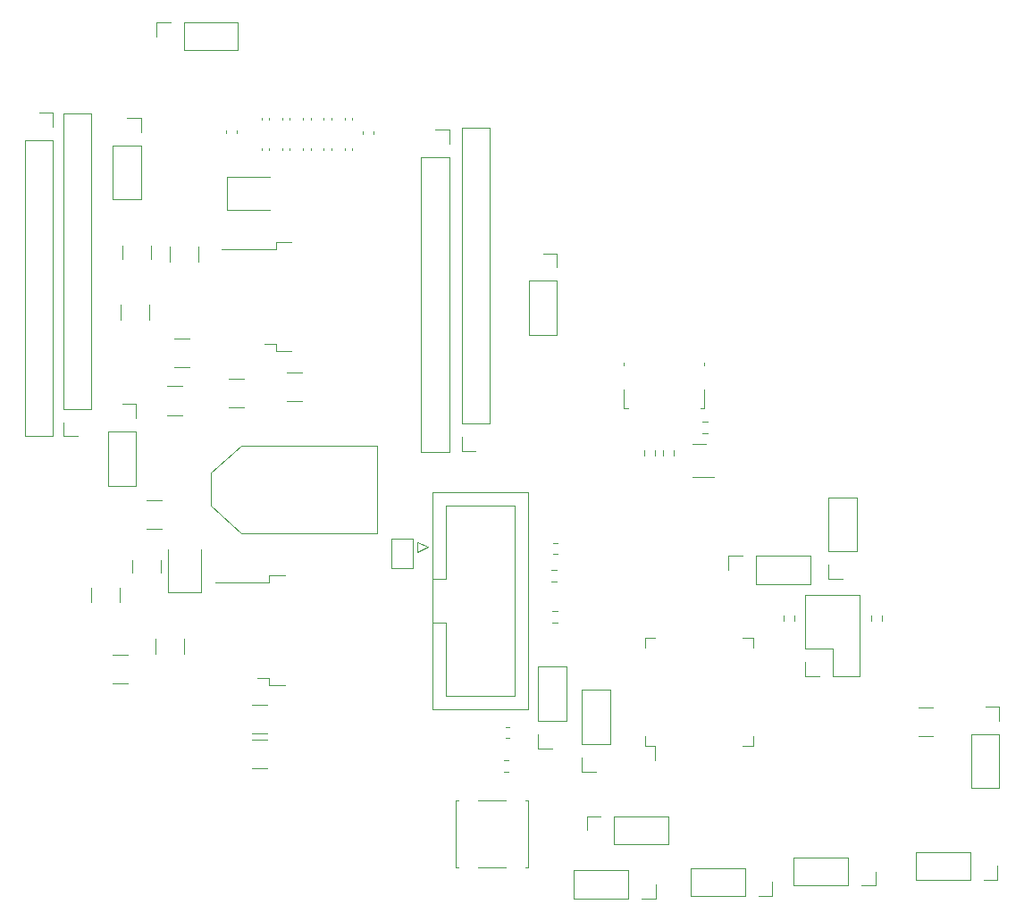
<source format=gbr>
%TF.GenerationSoftware,KiCad,Pcbnew,7.0.10*%
%TF.CreationDate,2024-03-18T15:21:50-05:00*%
%TF.ProjectId,PCB_R1,5043425f-5231-42e6-9b69-6361645f7063,rev?*%
%TF.SameCoordinates,Original*%
%TF.FileFunction,Legend,Top*%
%TF.FilePolarity,Positive*%
%FSLAX46Y46*%
G04 Gerber Fmt 4.6, Leading zero omitted, Abs format (unit mm)*
G04 Created by KiCad (PCBNEW 7.0.10) date 2024-03-18 15:21:50*
%MOMM*%
%LPD*%
G01*
G04 APERTURE LIST*
%ADD10C,0.120000*%
G04 APERTURE END LIST*
D10*
%TO.C,R8*%
X67092000Y-91289323D02*
X67092000Y-89841849D01*
X69802000Y-91289323D02*
X69802000Y-89841849D01*
%TO.C,J9*%
X69762000Y-34075586D02*
X74902000Y-34075586D01*
X69762000Y-34075586D02*
X69762000Y-31415586D01*
X74902000Y-34075586D02*
X74902000Y-31415586D01*
X67162000Y-32745586D02*
X67162000Y-31415586D01*
X67162000Y-31415586D02*
X68492000Y-31415586D01*
X69762000Y-31415586D02*
X74902000Y-31415586D01*
%TO.C,R10*%
X126615000Y-88116758D02*
X126615000Y-87642242D01*
X127660000Y-88116758D02*
X127660000Y-87642242D01*
%TO.C,J1*%
X98742000Y-69455586D02*
X98742000Y-41455586D01*
X98742000Y-69455586D02*
X96082000Y-69455586D01*
X98742000Y-41455586D02*
X96082000Y-41455586D01*
X97412000Y-72055586D02*
X96082000Y-72055586D01*
X96082000Y-72055586D02*
X96082000Y-70725586D01*
X96082000Y-69455586D02*
X96082000Y-41455586D01*
%TO.C,R1*%
X80990737Y-67340586D02*
X79543263Y-67340586D01*
X80990737Y-64630586D02*
X79543263Y-64630586D01*
%TO.C,J6*%
X63035000Y-43095000D02*
X63035000Y-48235000D01*
X63035000Y-43095000D02*
X65695000Y-43095000D01*
X63035000Y-48235000D02*
X65695000Y-48235000D01*
X64365000Y-40495000D02*
X65695000Y-40495000D01*
X65695000Y-40495000D02*
X65695000Y-41825000D01*
X65695000Y-43095000D02*
X65695000Y-48235000D01*
%TO.C,L1*%
X66652000Y-52623522D02*
X66652000Y-53827650D01*
X63932000Y-52623522D02*
X63932000Y-53827650D01*
%TO.C,J17*%
X110147500Y-99824500D02*
X110147500Y-94684500D01*
X110147500Y-99824500D02*
X107487500Y-99824500D01*
X110147500Y-94684500D02*
X107487500Y-94684500D01*
X108817500Y-102424500D02*
X107487500Y-102424500D01*
X107487500Y-102424500D02*
X107487500Y-101094500D01*
X107487500Y-99824500D02*
X107487500Y-94684500D01*
%TO.C,R7*%
X62993263Y-91350586D02*
X64440737Y-91350586D01*
X62993263Y-94060586D02*
X64440737Y-94060586D01*
%TO.C,J11*%
X61022000Y-68055586D02*
X61022000Y-40055586D01*
X61022000Y-68055586D02*
X58362000Y-68055586D01*
X61022000Y-40055586D02*
X58362000Y-40055586D01*
X59692000Y-70655586D02*
X58362000Y-70655586D01*
X58362000Y-70655586D02*
X58362000Y-69325586D01*
X58362000Y-68055586D02*
X58362000Y-40055586D01*
%TO.C,C11*%
X79097000Y-40673422D02*
X79097000Y-40457750D01*
X79817000Y-40673422D02*
X79817000Y-40457750D01*
%TO.C,D2*%
X68235000Y-85422500D02*
X71405000Y-85422500D01*
X71405000Y-85422500D02*
X71405000Y-81362500D01*
X68235000Y-81362500D02*
X68235000Y-85422500D01*
%TO.C,C8*%
X71152000Y-52711834D02*
X71152000Y-54134338D01*
X68432000Y-52711834D02*
X68432000Y-54134338D01*
%TO.C,R11*%
X134905000Y-88116758D02*
X134905000Y-87642242D01*
X135950000Y-88116758D02*
X135950000Y-87642242D01*
%TO.C,U2*%
X78482000Y-52220586D02*
X78482000Y-52910586D01*
X78482000Y-52910586D02*
X73357000Y-52910586D01*
X78482000Y-61930586D02*
X77382000Y-61930586D01*
X78482000Y-62620586D02*
X78482000Y-61930586D01*
X79982000Y-52220586D02*
X78482000Y-52220586D01*
X79982000Y-62620586D02*
X78482000Y-62620586D01*
%TO.C,U1*%
X113472500Y-99994500D02*
X114422500Y-99994500D01*
X114422500Y-99994500D02*
X114422500Y-101334500D01*
X123692500Y-99994500D02*
X122742500Y-99994500D01*
X113472500Y-99044500D02*
X113472500Y-99994500D01*
X123692500Y-99044500D02*
X123692500Y-99994500D01*
X113472500Y-90724500D02*
X113472500Y-89774500D01*
X123692500Y-90724500D02*
X123692500Y-89774500D01*
X113472500Y-89774500D02*
X114422500Y-89774500D01*
X123692500Y-89774500D02*
X122742500Y-89774500D01*
%TO.C,R18*%
X105219758Y-81807000D02*
X104745242Y-81807000D01*
X105219758Y-80762000D02*
X104745242Y-80762000D01*
%TO.C,C1*%
X77127000Y-43543422D02*
X77127000Y-43327750D01*
X77847000Y-43543422D02*
X77847000Y-43327750D01*
%TO.C,C13*%
X83037000Y-40673422D02*
X83037000Y-40457750D01*
X83757000Y-40673422D02*
X83757000Y-40457750D01*
%TO.C,R17*%
X105079758Y-84417000D02*
X104605242Y-84417000D01*
X105079758Y-83372000D02*
X104605242Y-83372000D01*
%TO.C,C16*%
X85007000Y-40673422D02*
X85007000Y-40457750D01*
X85727000Y-40673422D02*
X85727000Y-40457750D01*
%TO.C,R13*%
X114440000Y-72002242D02*
X114440000Y-72476758D01*
X113395000Y-72002242D02*
X113395000Y-72476758D01*
%TO.C,R19*%
X105169758Y-88287000D02*
X104695242Y-88287000D01*
X105169758Y-87242000D02*
X104695242Y-87242000D01*
%TO.C,R6*%
X63797000Y-59649323D02*
X63797000Y-58201849D01*
X66507000Y-59649323D02*
X66507000Y-58201849D01*
%TO.C,D1*%
X73822000Y-46080586D02*
X73822000Y-49250586D01*
X73822000Y-49250586D02*
X77882000Y-49250586D01*
X77882000Y-46080586D02*
X73822000Y-46080586D01*
%TO.C,C14*%
X68213248Y-65925586D02*
X69635752Y-65925586D01*
X68213248Y-68645586D02*
X69635752Y-68645586D01*
%TO.C,J20*%
X91907500Y-80664500D02*
X91907500Y-81664500D01*
X91907500Y-81664500D02*
X92907500Y-81164500D01*
X92907500Y-81164500D02*
X91907500Y-80664500D01*
X93297500Y-75954500D02*
X102417500Y-75954500D01*
X93297500Y-84194500D02*
X94607500Y-84194500D01*
X93297500Y-96534500D02*
X93297500Y-75954500D01*
X94607500Y-77254500D02*
X101107500Y-77254500D01*
X94607500Y-84194500D02*
X94607500Y-77254500D01*
X94607500Y-88294500D02*
X93297500Y-88294500D01*
X94607500Y-88294500D02*
X94607500Y-88294500D01*
X94607500Y-95234500D02*
X94607500Y-88294500D01*
X101107500Y-77254500D02*
X101107500Y-95234500D01*
X101107500Y-95234500D02*
X94607500Y-95234500D01*
X102417500Y-75954500D02*
X102417500Y-96534500D01*
X102417500Y-96534500D02*
X93297500Y-96534500D01*
%TO.C,J18*%
X111887000Y-111804500D02*
X106747000Y-111804500D01*
X111887000Y-111804500D02*
X111887000Y-114464500D01*
X106747000Y-111804500D02*
X106747000Y-114464500D01*
X114487000Y-113134500D02*
X114487000Y-114464500D01*
X114487000Y-114464500D02*
X113157000Y-114464500D01*
X111887000Y-114464500D02*
X106747000Y-114464500D01*
%TO.C,C12*%
X81067000Y-40673422D02*
X81067000Y-40457750D01*
X81787000Y-40673422D02*
X81787000Y-40457750D01*
%TO.C,SW1*%
X95497500Y-111494500D02*
X95497500Y-105194500D01*
X95747500Y-111494500D02*
X95497500Y-111494500D01*
X100247500Y-111494500D02*
X97647500Y-111494500D01*
X102397500Y-111494500D02*
X102147500Y-111494500D01*
X95497500Y-105194500D02*
X95747500Y-105194500D01*
X97647500Y-105194500D02*
X100247500Y-105194500D01*
X102147500Y-105194500D02*
X102397500Y-105194500D01*
X102397500Y-105194500D02*
X102397500Y-111494500D01*
%TO.C,J27*%
X54722000Y-42605586D02*
X54722000Y-70605586D01*
X54722000Y-42605586D02*
X57382000Y-42605586D01*
X54722000Y-70605586D02*
X57382000Y-70605586D01*
X56052000Y-40005586D02*
X57382000Y-40005586D01*
X57382000Y-40005586D02*
X57382000Y-41335586D01*
X57382000Y-42605586D02*
X57382000Y-70605586D01*
%TO.C,J2*%
X72367000Y-74095586D02*
X72367000Y-77245586D01*
X72367000Y-77245586D02*
X75217000Y-79845586D01*
X75217000Y-71545586D02*
X72367000Y-74095586D01*
X75217000Y-79845586D02*
X88067000Y-79845586D01*
X88067000Y-71545586D02*
X75217000Y-71545586D01*
X88067000Y-79845586D02*
X88067000Y-71545586D01*
%TO.C,R3*%
X77660737Y-98790586D02*
X76213263Y-98790586D01*
X77660737Y-96080586D02*
X76213263Y-96080586D01*
%TO.C,R2*%
X75505737Y-67920586D02*
X74058263Y-67920586D01*
X75505737Y-65210586D02*
X74058263Y-65210586D01*
%TO.C,C5*%
X85007000Y-43543422D02*
X85007000Y-43327750D01*
X85727000Y-43543422D02*
X85727000Y-43327750D01*
%TO.C,J21*%
X119077500Y-67974500D02*
X118697500Y-67974500D01*
X119077500Y-66204500D02*
X119077500Y-67974500D01*
X119077500Y-63664500D02*
X119077500Y-63924500D01*
X111457500Y-67974500D02*
X111837500Y-67974500D01*
X111457500Y-67974500D02*
X111457500Y-66204500D01*
X111457500Y-63924500D02*
X111457500Y-63664500D01*
%TO.C,R9*%
X100085242Y-101382000D02*
X100559758Y-101382000D01*
X100085242Y-102427000D02*
X100559758Y-102427000D01*
%TO.C,J5*%
X62592000Y-70220586D02*
X62592000Y-75360586D01*
X62592000Y-70220586D02*
X65252000Y-70220586D01*
X62592000Y-75360586D02*
X65252000Y-75360586D01*
X63922000Y-67620586D02*
X65252000Y-67620586D01*
X65252000Y-67620586D02*
X65252000Y-68950586D01*
X65252000Y-70220586D02*
X65252000Y-75360586D01*
%TO.C,D3*%
X119257500Y-71384500D02*
X117957500Y-71384500D01*
X117957500Y-74504500D02*
X119957500Y-74504500D01*
%TO.C,R5*%
X68838263Y-61420586D02*
X70285737Y-61420586D01*
X68838263Y-64130586D02*
X70285737Y-64130586D01*
%TO.C,J12*%
X132700000Y-110582000D02*
X127560000Y-110582000D01*
X132700000Y-110582000D02*
X132700000Y-113242000D01*
X127560000Y-110582000D02*
X127560000Y-113242000D01*
X135300000Y-111912000D02*
X135300000Y-113242000D01*
X135300000Y-113242000D02*
X133970000Y-113242000D01*
X132700000Y-113242000D02*
X127560000Y-113242000D01*
%TO.C,J16*%
X105997500Y-97624500D02*
X105997500Y-92484500D01*
X105997500Y-97624500D02*
X103337500Y-97624500D01*
X105997500Y-92484500D02*
X103337500Y-92484500D01*
X104667500Y-100224500D02*
X103337500Y-100224500D01*
X103337500Y-100224500D02*
X103337500Y-98894500D01*
X103337500Y-97624500D02*
X103337500Y-92484500D01*
%TO.C,R15*%
X116220000Y-72012242D02*
X116220000Y-72486758D01*
X115175000Y-72012242D02*
X115175000Y-72486758D01*
%TO.C,U3*%
X77857000Y-83830586D02*
X77857000Y-84520586D01*
X77857000Y-84520586D02*
X72732000Y-84520586D01*
X77857000Y-93540586D02*
X76757000Y-93540586D01*
X77857000Y-94230586D02*
X77857000Y-93540586D01*
X79357000Y-83830586D02*
X77857000Y-83830586D01*
X79357000Y-94230586D02*
X77857000Y-94230586D01*
%TO.C,C15*%
X66263248Y-76730586D02*
X67685752Y-76730586D01*
X66263248Y-79450586D02*
X67685752Y-79450586D01*
%TO.C,C18*%
X100583080Y-99244500D02*
X100301920Y-99244500D01*
X100583080Y-98224500D02*
X100301920Y-98224500D01*
%TO.C,C10*%
X77127000Y-40673422D02*
X77127000Y-40457750D01*
X77847000Y-40673422D02*
X77847000Y-40457750D01*
%TO.C,J4*%
X102477000Y-55930586D02*
X102477000Y-61070586D01*
X102477000Y-55930586D02*
X105137000Y-55930586D01*
X102477000Y-61070586D02*
X105137000Y-61070586D01*
X103807000Y-53330586D02*
X105137000Y-53330586D01*
X105137000Y-53330586D02*
X105137000Y-54660586D01*
X105137000Y-55930586D02*
X105137000Y-61070586D01*
%TO.C,C7*%
X73737000Y-41936166D02*
X73737000Y-41655006D01*
X74757000Y-41936166D02*
X74757000Y-41655006D01*
%TO.C,R4*%
X76233263Y-99390586D02*
X77680737Y-99390586D01*
X76233263Y-102100586D02*
X77680737Y-102100586D01*
%TO.C,C3*%
X81067000Y-43543422D02*
X81067000Y-43327750D01*
X81787000Y-43543422D02*
X81787000Y-43327750D01*
%TO.C,J28*%
X92237000Y-44185586D02*
X92237000Y-72185586D01*
X92237000Y-44185586D02*
X94897000Y-44185586D01*
X92237000Y-72185586D02*
X94897000Y-72185586D01*
X93567000Y-41585586D02*
X94897000Y-41585586D01*
X94897000Y-41585586D02*
X94897000Y-42915586D01*
X94897000Y-44185586D02*
X94897000Y-72185586D01*
%TO.C,J3*%
X110557500Y-109324500D02*
X115697500Y-109324500D01*
X110557500Y-109324500D02*
X110557500Y-106664500D01*
X115697500Y-109324500D02*
X115697500Y-106664500D01*
X107957500Y-107994500D02*
X107957500Y-106664500D01*
X107957500Y-106664500D02*
X109287500Y-106664500D01*
X110557500Y-106664500D02*
X115697500Y-106664500D01*
%TO.C,R12*%
X119414758Y-70347000D02*
X118940242Y-70347000D01*
X119414758Y-69302000D02*
X118940242Y-69302000D01*
%TO.C,J15*%
X133517500Y-81594500D02*
X133517500Y-76454500D01*
X133517500Y-81594500D02*
X130857500Y-81594500D01*
X133517500Y-76454500D02*
X130857500Y-76454500D01*
X132187500Y-84194500D02*
X130857500Y-84194500D01*
X130857500Y-84194500D02*
X130857500Y-82864500D01*
X130857500Y-81594500D02*
X130857500Y-76454500D01*
%TO.C,C2*%
X79097000Y-43543422D02*
X79097000Y-43327750D01*
X79817000Y-43543422D02*
X79817000Y-43327750D01*
%TO.C,C9*%
X63707000Y-84981834D02*
X63707000Y-86404338D01*
X60987000Y-84981834D02*
X60987000Y-86404338D01*
%TO.C,L2*%
X64910000Y-83612064D02*
X64910000Y-82407936D01*
X67630000Y-83612064D02*
X67630000Y-82407936D01*
%TO.C,C17*%
X139356248Y-96374500D02*
X140778752Y-96374500D01*
X139356248Y-99094500D02*
X140778752Y-99094500D01*
%TO.C,C4*%
X83037000Y-43543422D02*
X83037000Y-43327750D01*
X83757000Y-43543422D02*
X83757000Y-43327750D01*
%TO.C,C6*%
X86697000Y-42051166D02*
X86697000Y-41770006D01*
X87717000Y-42051166D02*
X87717000Y-41770006D01*
%TO.C,J10*%
X123977500Y-84654500D02*
X129117500Y-84654500D01*
X123977500Y-84654500D02*
X123977500Y-81994500D01*
X129117500Y-84654500D02*
X129117500Y-81994500D01*
X121377500Y-83324500D02*
X121377500Y-81994500D01*
X121377500Y-81994500D02*
X122707500Y-81994500D01*
X123977500Y-81994500D02*
X129117500Y-81994500D01*
%TO.C,J14*%
X144387500Y-98884500D02*
X144387500Y-104024500D01*
X144387500Y-98884500D02*
X147047500Y-98884500D01*
X144387500Y-104024500D02*
X147047500Y-104024500D01*
X145717500Y-96284500D02*
X147047500Y-96284500D01*
X147047500Y-96284500D02*
X147047500Y-97614500D01*
X147047500Y-98884500D02*
X147047500Y-104024500D01*
%TO.C,J19*%
X122936000Y-111573000D02*
X117796000Y-111573000D01*
X122936000Y-111573000D02*
X122936000Y-114233000D01*
X117796000Y-111573000D02*
X117796000Y-114233000D01*
X125536000Y-112903000D02*
X125536000Y-114233000D01*
X125536000Y-114233000D02*
X124206000Y-114233000D01*
X122936000Y-114233000D02*
X117796000Y-114233000D01*
%TO.C,J7*%
X133827500Y-93414500D02*
X133827500Y-85674500D01*
X133827500Y-93414500D02*
X131227500Y-93414500D01*
X133827500Y-85674500D02*
X128627500Y-85674500D01*
X131227500Y-93414500D02*
X131227500Y-90814500D01*
X131227500Y-90814500D02*
X128627500Y-90814500D01*
X129957500Y-93414500D02*
X128627500Y-93414500D01*
X128627500Y-93414500D02*
X128627500Y-92084500D01*
X128627500Y-90814500D02*
X128627500Y-85674500D01*
%TO.C,JP1*%
X89470000Y-83135000D02*
X89470000Y-80335000D01*
X91470000Y-83135000D02*
X89470000Y-83135000D01*
X89470000Y-80335000D02*
X91470000Y-80335000D01*
X91470000Y-80335000D02*
X91470000Y-83135000D01*
%TO.C,J13*%
X144272000Y-110049000D02*
X139132000Y-110049000D01*
X144272000Y-110049000D02*
X144272000Y-112709000D01*
X139132000Y-110049000D02*
X139132000Y-112709000D01*
X146872000Y-111379000D02*
X146872000Y-112709000D01*
X146872000Y-112709000D02*
X145542000Y-112709000D01*
X144272000Y-112709000D02*
X139132000Y-112709000D01*
%TD*%
M02*

</source>
